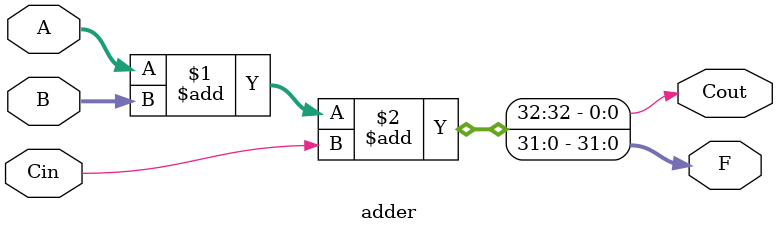
<source format=v>
`timescale 1ns / 1ps


module adder(
input [31:0]A,
input [31:0]B,
input Cin,
output [31:0]F,
output Cout
    );
    
    assign {Cout,F}=A+B+Cin;
endmodule

</source>
